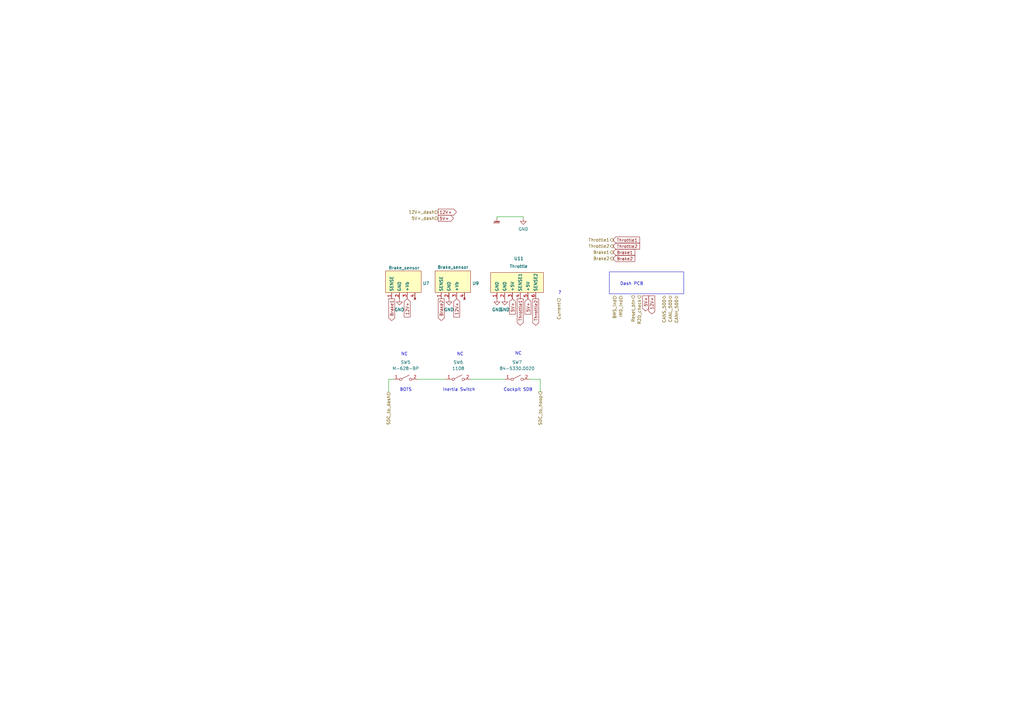
<source format=kicad_sch>
(kicad_sch (version 20231120) (generator "eeschema") (generator_version "8.0")
  (paper "A3")
  (title_block (title "SC FormulaE Electrical System"))
  (lib_symbols
    (symbol "FSAE:brake_pressure"
      (property "Reference" "U17" (at -1.27 5.715 0))
      (property "Value" "~" (at 0 0 0))
      (symbol "brake_pressure_0_1"
        (rectangle (start -16.51 10.795) (end -1.905 1.905) (fill (type background)))
      )
      (symbol "brake_pressure_1_1"
        (pin input line (at -13.97 -0.635 90) (length 2.54) (name "SENSE") (number "1"))
        (pin input line (at -10.795 -0.635 90) (length 2.54) (name "GND") (number "2"))
        (pin input line (at -7.62 -0.635 90) (length 2.54) (name "+Vb") (number "3"))
        (pin no_connect line (at -4.445 -0.635 90) (length 2.54) (name "") (number "4"))
      )
    )
    (symbol "FSAE:throttle"
      (property "Reference" "U" (at 0 0 0))
      (symbol "throttle_0_1"
        (rectangle (start -11.43 -2.54) (end 10.16 -10.795) (fill (type background)))
      )
      (symbol "throttle_1_1"
        (pin input line (at -8.89 -13.335 90) (length 2.54) (name "GND") (number "1"))
        (pin input line (at -5.715 -13.335 90) (length 2.54) (name "GND") (number "2"))
        (pin input line (at -2.54 -13.335 90) (length 2.54) (name "+5V") (number "3"))
        (pin input line (at 0.635 -13.335 90) (length 2.54) (name "SENSE1") (number "4"))
        (pin input line (at 3.81 -13.335 90) (length 2.54) (name "+5V") (number "5"))
        (pin input line (at 6.985 -13.335 90) (length 2.54) (name "SENSE2") (number "6"))
      )
    )
    (symbol "Switch:SW_SPST" (pin_names (offset 0) hide)
      (property "Reference" "SW" (at 0 3.175 0))
      (property "Value" "SW_SPST" (at 0 -2.54 0))
      (symbol "SW_SPST_0_0"
        (circle (center -2.032 0) (radius 0.508))
        (polyline (pts (xy -1.524 0.254) (xy 1.524 1.778)))
        (circle (center 2.032 0) (radius 0.508))
      )
      (symbol "SW_SPST_1_1"
        (pin passive line (at -5.08 0 0) (length 2.54) (name "A") (number "1"))
        (pin passive line (at 5.08 0 180) (length 2.54) (name "B") (number "2"))
      )
    )
    (symbol "power:GND" (power) (pin_names (offset 0))
      (property "Value" "GND" (at 0 -3.81 0))
      (symbol "GND_0_1"
        (polyline (pts (xy 0 0) (xy 0 -1.27) (xy 1.27 -1.27) (xy 0 -2.54) (xy -1.27 -1.27) (xy 0 -1.27)))
      )
      (symbol "GND_1_1"
        (pin power_in line (at 0 0 270) (length 0) hide (name "GND") (number "1"))
      )
    )
    (symbol "power:GNDPWR" (power) (pin_numbers hide) (pin_names (offset 0) hide)
      (property "Value" "GNDPWR" (at 0 -3.302 0))
      (symbol "GNDPWR_0_1"
        (polyline (pts (xy 0 -1.27) (xy 0 0)))
        (polyline (pts (xy -1.016 -1.27) (xy -1.27 -2.032) (xy -1.27 -2.032)) (stroke (width 0.2032)))
        (polyline (pts (xy -0.508 -1.27) (xy -0.762 -2.032) (xy -0.762 -2.032)) (stroke (width 0.2032)))
        (polyline (pts (xy 0 -1.27) (xy -0.254 -2.032) (xy -0.254 -2.032)) (stroke (width 0.2032)))
        (polyline (pts (xy 0.508 -1.27) (xy 0.254 -2.032) (xy 0.254 -2.032)) (stroke (width 0.2032)))
        (polyline (pts (xy 1.016 -1.27) (xy -1.016 -1.27) (xy -1.016 -1.27)) (stroke (width 0.2032)))
        (polyline (pts (xy 1.016 -1.27) (xy 0.762 -2.032) (xy 0.762 -2.032) (xy 0.762 -2.032)) (stroke (width 0.2032)))
      )
      (symbol "GNDPWR_1_1"
        (pin power_in line (at 0 0 270) (length 0) (name "~") (number "1"))
      )
    )
  )
  (wire (pts (xy 161.29 155.575) (xy 159.385 155.575)))
  (wire (pts (xy 159.385 155.575) (xy 159.385 160.655)))
  (wire (pts (xy 203.835 88.9) (xy 214.63 88.9)))
  (wire (pts (xy 203.835 88.9) (xy 203.835 89.535)))
  (wire (pts (xy 171.45 155.575) (xy 182.88 155.575)))
  (wire (pts (xy 221.615 160.655) (xy 221.615 155.575)))
  (wire (pts (xy 214.63 88.9) (xy 214.63 89.535)))
  (wire (pts (xy 221.615 155.575) (xy 217.17 155.575)))
  (wire (pts (xy 207.01 155.575) (xy 193.04 155.575)))
  (rectangle (start 249.936 111.506) (end 280.416 120.523))
  (text "Dash PCB" (at 259.08 116.459 0) (effects (font (size 1.27 1.27))))
  (text "NC" (at 164.465 146.05 0) (effects (font (size 1.27 1.27)) (justify left bottom)))
  (text "Cockpit SDB" (at 218.44 160.655 0) (effects (font (size 1.27 1.27)) (justify right bottom)))
  (text "NC" (at 187.325 146.05 0) (effects (font (size 1.27 1.27)) (justify left bottom)))
  (text "BOTS\n" (at 168.91 160.655 0) (effects (font (size 1.27 1.27)) (justify right bottom)))
  (text "Inertia Switch\n" (at 194.945 160.655 0) (effects (font (size 1.27 1.27)) (justify right bottom)))
  (text "NC" (at 211.201 145.796 0) (effects (font (size 1.27 1.27)) (justify left bottom)))
  (text "?" (at 229.616 120.142 0) (effects (font (size 1.27 1.27))))
  (global_label "12V+" (shape output) (at 179.705 86.995 0) (property "Intersheetrefs" "${INTERSHEET_REFS}" (effects (hide yes))))
  (global_label "5V+" (shape output) (at 179.705 89.535 0) (property "Intersheetrefs" "${INTERSHEET_REFS}" (effects (hide yes))))
  (global_label "Throttle1" (shape input) (at 251.46 98.425 0) (property "Intersheetrefs" "${INTERSHEET_REFS}" (effects (hide yes))))
  (global_label "Brake2" (shape input) (at 251.46 106.045 0) (property "Intersheetrefs" "${INTERSHEET_REFS}" (effects (hide yes))))
  (global_label "Brake1" (shape output) (at 160.655 122.555 270) (property "Intersheetrefs" "${INTERSHEET_REFS}" (effects (hide yes))))
  (global_label "Throttle2" (shape input) (at 251.46 100.965 0) (property "Intersheetrefs" "${INTERSHEET_REFS}" (effects (hide yes))))
  (global_label "12V+" (shape output) (at 267.335 121.285 270) (property "Intersheetrefs" "${INTERSHEET_REFS}" (effects (hide yes))))
  (global_label "Throttle1" (shape output) (at 213.36 122.555 270) (property "Intersheetrefs" "${INTERSHEET_REFS}" (effects (hide yes))))
  (global_label "5V+" (shape input) (at 210.185 122.555 270) (property "Intersheetrefs" "${INTERSHEET_REFS}" (effects (hide yes))))
  (global_label "Brake1" (shape input) (at 251.46 103.505 0) (property "Intersheetrefs" "${INTERSHEET_REFS}" (effects (hide yes))))
  (global_label "Throttle2" (shape output) (at 219.71 122.555 270) (property "Intersheetrefs" "${INTERSHEET_REFS}" (effects (hide yes))))
  (global_label "5V+" (shape output) (at 264.795 121.285 270) (property "Intersheetrefs" "${INTERSHEET_REFS}" (effects (hide yes))))
  (global_label "12V+" (shape input) (at 167.005 122.555 270) (property "Intersheetrefs" "${INTERSHEET_REFS}" (effects (hide yes))))
  (global_label "5V+" (shape input) (at 216.535 122.555 270) (property "Intersheetrefs" "${INTERSHEET_REFS}" (effects (hide yes))))
  (global_label "Brake2" (shape output) (at 180.975 122.555 270) (property "Intersheetrefs" "${INTERSHEET_REFS}" (effects (hide yes))))
  (global_label "12V+" (shape input) (at 187.325 122.555 270) (property "Intersheetrefs" "${INTERSHEET_REFS}" (effects (hide yes))))
  (hierarchical_label "Throttle2" (shape output) (at 251.46 100.965 180))
  (hierarchical_label "BMS_ind" (shape input) (at 252.095 121.285 270))
  (hierarchical_label "CANL_500" (shape bidirectional) (at 274.955 121.285 270))
  (hierarchical_label "CANS_500" (shape bidirectional) (at 272.415 121.285 270))
  (hierarchical_label "Brake2" (shape output) (at 251.46 106.045 180))
  (hierarchical_label "R2D_check" (shape output) (at 262.255 121.285 270))
  (hierarchical_label "12V+_dash" (shape input) (at 179.705 86.995 180))
  (hierarchical_label "Current" (shape output) (at 229.235 122.555 270))
  (hierarchical_label "Throttle1" (shape output) (at 251.46 98.425 180))
  (hierarchical_label "Reset_btn" (shape output) (at 259.715 121.285 270))
  (hierarchical_label "CANH_500" (shape bidirectional) (at 277.495 121.285 270))
  (hierarchical_label "IMD_ind" (shape input) (at 254.635 121.285 270))
  (hierarchical_label "5V+_dash" (shape input) (at 179.705 89.535 180))
  (hierarchical_label "SDC_to_dash" (shape input) (at 159.385 160.655 270))
  (hierarchical_label "Brake1" (shape output) (at 251.46 103.505 180))
  (hierarchical_label "SDC_to_hoop" (shape output) (at 221.615 160.655 270))
  (symbol (lib_id "Switch:SW_SPST") (at 212.09 155.575 0) (unit 1)
    (property "Reference" "SW7" (at 212.09 148.59 0))
    (property "Value" "84-5330.0020" (at 212.09 151.13 0))
  )
  (symbol (lib_id "power:GNDPWR") (at 203.835 89.535 0) (unit 1)
    (property "Reference" "#PWR016" (effects (hide yes)))
    (property "Value" "GNDPWR" (effects (hide yes)))
    (property "Description" "Power symbol creates a global label with name \"GNDPWR\" , global ground" (effects (hide yes)))
  )
  (symbol (lib_id "FSAE:brake_pressure") (at 174.625 121.92 0) (unit 1)
    (property "Reference" "U7" (at 173.355 116.205 0) (effects (justify left)))
    (property "Value" "Brake_sensor" (at 165.735 109.855 0))
  )
  (symbol (lib_id "FSAE:throttle") (at 212.725 109.22 0) (unit 1)
    (property "Reference" "U11" (at 210.82 106.045 0) (effects (justify left)))
    (property "Value" "Throttle" (at 212.725 109.22 0))
  )
  (symbol (lib_id "power:GND") (at 163.83 122.555 0) (unit 1)
    (property "Reference" "#PWR011" (effects (hide yes)))
    (property "Value" "GND" (at 163.83 127 0))
  )
  (symbol (lib_id "power:GND") (at 214.63 89.535 0) (unit 1)
    (property "Reference" "#PWR015" (effects (hide yes)))
    (property "Value" "GND" (at 214.63 93.98 0))
  )
  (symbol (lib_id "FSAE:brake_pressure") (at 194.945 121.92 0) (unit 1)
    (property "Reference" "U9" (at 193.675 116.205 0) (effects (justify left)))
    (property "Value" "Brake_sensor" (at 185.801 109.601 0))
  )
  (symbol (lib_id "power:GND") (at 203.835 122.555 0) (unit 1)
    (property "Reference" "#PWR013" (effects (hide yes)))
    (property "Value" "GND" (at 203.835 127 0))
  )
  (symbol (lib_id "Switch:SW_SPST") (at 187.96 155.575 0) (unit 1)
    (property "Reference" "SW6" (at 187.96 148.59 0))
    (property "Value" "1108" (at 187.96 151.13 0))
  )
  (symbol (lib_id "power:GND") (at 207.01 122.555 0) (unit 1)
    (property "Reference" "#PWR014" (effects (hide yes)))
    (property "Value" "GND" (at 207.01 127 0))
  )
  (symbol (lib_id "power:GND") (at 184.15 122.555 0) (unit 1)
    (property "Reference" "#PWR012" (effects (hide yes)))
    (property "Value" "GND" (at 184.15 127 0))
  )
  (symbol (lib_id "Switch:SW_SPST") (at 166.37 155.575 0) (unit 1)
    (property "Reference" "SW5" (at 166.37 148.59 0))
    (property "Value" "M-628-BP" (at 166.37 151.13 0))
  )
)
</source>
